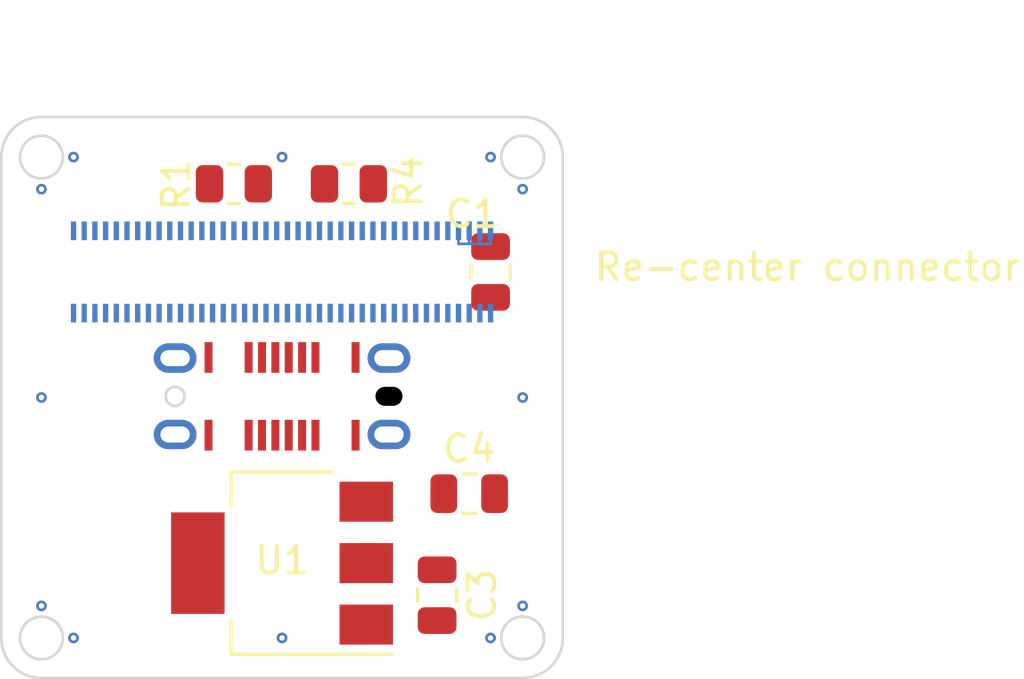
<source format=kicad_pcb>
(kicad_pcb (version 20221018) (generator pcbnew)
  (layers (0 "F.Cu" signal) (31 "B.Cu" signal) (34 "B.Paste" user) (35 "F.Paste" user) (36 "B.SilkS" user "B.Silkscreen") (37 "F.SilkS" user "F.Silkscreen") (38 "B.Mask" user) (39 "F.Mask" user) (44 "Edge.Cuts" user))
  (net 0 "")
  (net 1 "GND")
  (net 2 "+3.3V")
  (net 3 "/USB_D_P")
  (net 59 "Net-(U1-VI)")
  (net 60 "/USB_D_N")
  (net 61 "Net-(P2-CC1)")
  (net 63 "Net-(P2-CC2)")
  (footprint "Capacitor_SMD:C_0805_2012Metric" (layer "F.Cu") (at 176.5 76.5 -90)
    (fp_text reference "C3" (at 0 -1.68 90) (layer "F.SilkS"))
    (fp_text value "10µ" hide)
    (fp_line (start -0.261252 -0.735) (end 0.261252 -0.735) (stroke (width 0.12)) (layer "F.SilkS"))
    (fp_line (start -0.261252 0.735) (end 0.261252 0.735) (stroke (width 0.12)) (layer "F.SilkS"))
    (pad "1" smd roundrect (at -0.95 0 270) (size 1 1.45) (layers "F.Cu" "F.Paste" "F.Mask") (net 2 "+3.3V"))
    (pad "2" smd roundrect (at 0.95 0 270) (size 1 1.45) (layers "F.Cu" "F.Paste" "F.Mask") (net 1 "GND"))
  )
  (footprint "Capacitor_SMD:C_0805_2012Metric" (layer "F.Cu") (at 178.5 64.4 -90)
    (fp_text reference "C1" (at -2.17 0.7 -180) (layer "F.SilkS"))
    (fp_text value "10µ" hide)
    (fp_line (start -0.261252 -0.735) (end 0.261252 -0.735) (stroke (width 0.12)) (layer "F.SilkS"))
    (fp_line (start -0.261252 0.735) (end 0.261252 0.735) (stroke (width 0.12)) (layer "F.SilkS"))
    (pad "1" smd roundrect (at -0.95 0 270) (size 1 1.45) (layers "F.Cu" "F.Paste" "F.Mask") (net 2 "+3.3V"))
    (pad "2" smd roundrect (at 0.95 0 270) (size 1 1.45) (layers "F.Cu" "F.Paste" "F.Mask") (net 1 "GND"))
  )
  (footprint "Capacitor_SMD:C_0805_2012Metric" (layer "F.Cu") (at 177.7 72.7)
    (fp_text reference "C4" (at 0 -1.68) (layer "F.SilkS"))
    (fp_text value "10µ" hide)
    (fp_line (start -0.261252 -0.735) (end 0.261252 -0.735) (stroke (width 0.12)) (layer "F.SilkS"))
    (fp_line (start -0.261252 0.735) (end 0.261252 0.735) (stroke (width 0.12)) (layer "F.SilkS"))
    (pad "1" smd roundrect (at -0.95 0) (size 1 1.45) (layers "F.Cu" "F.Paste" "F.Mask") (net 59 "Net-(U1-VI)"))
    (pad "2" smd roundrect (at 0.95 0) (size 1 1.45) (layers "F.Cu" "F.Paste" "F.Mask") (net 1 "GND"))
  )
  (footprint "Package_TO_SOT_SMD:SOT-223-3_TabPin2" (layer "F.Cu") (at 170.7 75.3 180)
    (fp_text reference "U1" (at 0 0.1) (layer "F.SilkS"))
    (fp_text value "AMS1117-3.3")
    (fp_line (start -4.1 -3.41) (end 1.91 -3.41) (stroke (width 0.12)) (layer "F.SilkS"))
    (fp_line (start -1.85 3.41) (end 1.91 3.41) (stroke (width 0.12)) (layer "F.SilkS"))
    (fp_line (start 1.91 -3.41) (end 1.91 -2.15) (stroke (width 0.12)) (layer "F.SilkS"))
    (fp_line (start 1.91 3.41) (end 1.91 2.15) (stroke (width 0.12)) (layer "F.SilkS"))
    (pad "1" smd rect (at -3.15 -2.3 180) (size 2 1.5) (layers "F.Cu" "F.Paste" "F.Mask") (net 1 "GND"))
    (pad "2" smd rect (at -3.15 0 180) (size 2 1.5) (layers "F.Cu" "F.Paste" "F.Mask") (net 2 "+3.3V"))
    (pad "2" smd rect (at 3.15 0 180) (size 2 3.8) (layers "F.Cu" "F.Paste" "F.Mask") (net 2 "+3.3V"))
    (pad "3" smd rect (at -3.15 2.3 180) (size 2 1.5) (layers "F.Cu" "F.Paste" "F.Mask") (net 59 "Net-(U1-VI)"))
  )
  (footprint "Resistor_SMD:R_0805_2012Metric" (layer "F.Cu") (at 173.2 61.1)
    (fp_text reference "R4" (at 2.21 -0.08 90) (layer "F.SilkS"))
    (fp_text value "5.1k")
    (fp_line (start -0.227064 -0.735) (end 0.227064 -0.735) (stroke (width 0.12)) (layer "F.SilkS"))
    (fp_line (start -0.227064 0.735) (end 0.227064 0.735) (stroke (width 0.12)) (layer "F.SilkS"))
    (pad "1" smd roundrect (at -0.9125 0) (size 1.025 1.4) (layers "F.Cu" "F.Paste" "F.Mask") (roundrect_rratio 0.243902) (net 63 "Net-(P2-CC2)"))
    (pad "2" smd roundrect (at 0.9125 0) (size 1.025 1.4) (layers "F.Cu" "F.Paste" "F.Mask") (roundrect_rratio 0.243902) (net 1 "GND"))
  )
  (footprint "Boson:USB4145-03-0230-C" (layer "F.Cu") (at 170.7 69.055)
    (fp_text reference "P2" hide)
    (fp_text value "USB_C_Plug_USB2.0" hide)
    (fp_circle (center -4 0) (end -3.645 0) (stroke (width 0.1)) (fill none) (layer "Edge.Cuts"))
    (pad "" thru_hole oval (at -4 -1.43) (size 1.6 1.1) (drill oval 1.1 0.6) (layers "*.Cu" "*.Mask"))
    (pad "" thru_hole oval (at -4 1.43) (size 1.6 1.1) (drill oval 1.1 0.6) (layers "*.Cu" "*.Mask"))
    (pad "" thru_hole oval (at 4 -1.43) (size 1.6 1.1) (drill oval 1.1 0.6) (layers "*.Cu" "*.Mask"))
    (pad "" np_thru_hole oval (at 4 0) (size 1.01 0.71) (drill oval 1.01 0.71) (layers "*.Mask"))
    (pad "" thru_hole oval (at 4 1.43) (size 1.6 1.1) (drill oval 1.1 0.6) (layers "*.Cu" "*.Mask"))
    (pad "A1" smd rect (at -2.75 -1.455) (size 0.3 1.15) (layers "F.Cu" "F.Paste" "F.Mask") (net 1 "GND"))
    (pad "A4" smd rect (at -1.25 -1.455) (size 0.3 1.15) (layers "F.Cu" "F.Paste" "F.Mask") (net 59 "Net-(U1-VI)"))
    (pad "A5" smd rect (at -0.75 -1.455) (size 0.3 1.15) (layers "F.Cu" "F.Paste" "F.Mask") (net 61 "Net-(P2-CC1)"))
    (pad "A6" smd rect (at -0.25 -1.455) (size 0.3 1.15) (layers "F.Cu" "F.Paste" "F.Mask") (net 3 "/USB_D_P"))
    (pad "A7" smd rect (at 0.25 -1.455) (size 0.3 1.15) (layers "F.Cu" "F.Paste" "F.Mask") (net 60 "/USB_D_N"))
    (pad "A8" smd rect (at 0.75 -1.455) (size 0.3 1.15) (layers "F.Cu" "F.Paste" "F.Mask"))
    (pad "A9" smd rect (at 1.25 -1.455) (size 0.3 1.15) (layers "F.Cu" "F.Paste" "F.Mask") (net 59 "Net-(U1-VI)"))
    (pad "A12" smd rect (at 2.75 -1.455) (size 0.3 1.15) (layers "F.Cu" "F.Paste" "F.Mask") (net 1 "GND"))
    (pad "B1" smd rect (at 2.75 1.455) (size 0.3 1.15) (layers "F.Cu" "F.Paste" "F.Mask") (net 1 "GND"))
    (pad "B4" smd rect (at 1.25 1.455) (size 0.3 1.15) (layers "F.Cu" "F.Paste" "F.Mask") (net 59 "Net-(U1-VI)"))
    (pad "B5" smd rect (at 0.75 1.455) (size 0.3 1.15) (layers "F.Cu" "F.Paste" "F.Mask") (net 63 "Net-(P2-CC2)"))
    (pad "B6" smd rect (at 0.25 1.455) (size 0.3 1.15) (layers "F.Cu" "F.Paste" "F.Mask") (net 3 "/USB_D_P"))
    (pad "B7" smd rect (at -0.25 1.455) (size 0.3 1.15) (layers "F.Cu" "F.Paste" "F.Mask") (net 60 "/USB_D_N"))
    (pad "B8" smd rect (at -0.75 1.455) (size 0.3 1.15) (layers "F.Cu" "F.Paste" "F.Mask"))
    (pad "B9" smd rect (at -1.25 1.455) (size 0.3 1.15) (layers "F.Cu" "F.Paste" "F.Mask") (net 59 "Net-(U1-VI)"))
    (pad "B12" smd rect (at -2.75 1.455) (size 0.3 1.15) (layers "F.Cu" "F.Paste" "F.Mask") (net 1 "GND"))
  )
  (footprint "Resistor_SMD:R_0805_2012Metric" (layer "F.Cu") (at 168.9 61.1 180)
    (fp_text reference "R1" (at 2.1525 -0.02 90) (layer "F.SilkS"))
    (fp_text value "5.1k" hide)
    (fp_line (start -0.227064 -0.735) (end 0.227064 -0.735) (stroke (width 0.12)) (layer "F.SilkS"))
    (fp_line (start -0.227064 0.735) (end 0.227064 0.735) (stroke (width 0.12)) (layer "F.SilkS"))
    (pad "1" smd roundrect (at -0.9125 0 180) (size 1.025 1.4) (layers "F.Cu" "F.Paste" "F.Mask") (roundrect_rratio 0.243902) (net 61 "Net-(P2-CC1)"))
    (pad "2" smd roundrect (at 0.9125 0 180) (size 1.025 1.4) (layers "F.Cu" "F.Paste" "F.Mask") (roundrect_rratio 0.243902) (net 1 "GND"))
  )
  (footprint "Boson:HRS_DF40HC(4.0)-80DS-0.4V(51)" (layer "B.Cu") (at 170.7 64.4 180)
    (fp_text reference "P1" hide)
    (fp_text value "DF40HC(4.0)-80DS-0.4V(51)" hide)
    (pad "1" smd rect (at -7.8004 1.53995 180) (size 0.2 0.7) (layers "B.Cu" "B.Paste" "B.Mask") (net 1 "GND"))
    (pad "2" smd rect (at -7.8004 -1.54005) (size 0.2 0.7) (layers "B.Cu" "B.Paste" "B.Mask") (net 2 "+3.3V"))
    (pad "3" smd rect (at -7.4004 1.53995 180) (size 0.2 0.7) (layers "B.Cu" "B.Paste" "B.Mask") (net 1 "GND"))
    (pad "4" smd rect (at -7.4004 -1.54005) (size 0.2 0.7) (layers "B.Cu" "B.Paste" "B.Mask") (net 2 "+3.3V"))
    (pad "5" smd rect (at -7.0004 1.53995 180) (size 0.2 0.7) (layers "B.Cu" "B.Paste" "B.Mask") (net 1 "GND"))
    (pad "6" smd rect (at -7.0004 -1.54005) (size 0.2 0.7) (layers "B.Cu" "B.Paste" "B.Mask") (net 2 "+3.3V"))
    (pad "7" smd rect (at -6.6004 1.53995 180) (size 0.2 0.7) (layers "B.Cu" "B.Paste" "B.Mask") (net 1 "GND"))
    (pad "8" smd rect (at -6.6004 -1.54005) (size 0.2 0.7) (layers "B.Cu" "B.Paste" "B.Mask") (net 2 "+3.3V"))
    (pad "9" smd rect (at -6.2004 1.53995 180) (size 0.2 0.7) (layers "B.Cu" "B.Paste" "B.Mask") (net 3 "/USB_D_P"))
    (pad "10" smd rect (at -6.2004 -1.54005) (size 0.2 0.7) (layers "B.Cu" "B.Paste" "B.Mask") (net 1 "GND"))
    (pad "11" smd rect (at -5.8004 1.53995 180) (size 0.2 0.7) (layers "B.Cu" "B.Paste" "B.Mask") (net 60 "/USB_D_N"))
    (pad "12" smd rect (at -5.8004 -1.54005) (size 0.2 0.7) (layers "B.Cu" "B.Paste" "B.Mask"))
    (pad "13" smd rect (at -5.4004 1.53995 180) (size 0.2 0.7) (layers "B.Cu" "B.Paste" "B.Mask") (net 1 "GND"))
    (pad "14" smd rect (at -5.4004 -1.54005) (size 0.2 0.7) (layers "B.Cu" "B.Paste" "B.Mask"))
    (pad "15" smd rect (at -5.0004 1.53995 180) (size 0.2 0.7) (layers "B.Cu" "B.Paste" "B.Mask") (net 2 "+3.3V"))
    (pad "16" smd rect (at -5.0004 -1.54005) (size 0.2 0.7) (layers "B.Cu" "B.Paste" "B.Mask"))
    (pad "17" smd rect (at -4.6004 1.53995 180) (size 0.2 0.7) (layers "B.Cu" "B.Paste" "B.Mask"))
    (pad "18" smd rect (at -4.6004 -1.54005) (size 0.2 0.7) (layers "B.Cu" "B.Paste" "B.Mask"))
    (pad "19" smd rect (at -4.2004 1.53995 180) (size 0.2 0.7) (layers "B.Cu" "B.Paste" "B.Mask") (net 1 "GND"))
    (pad "20" smd rect (at -4.2004 -1.54005) (size 0.2 0.7) (layers "B.Cu" "B.Paste" "B.Mask") (net 1 "GND"))
    (pad "21" smd rect (at -3.8004 1.53995 180) (size 0.2 0.7) (layers "B.Cu" "B.Paste" "B.Mask"))
    (pad "22" smd rect (at -3.8004 -1.54005) (size 0.2 0.7) (layers "B.Cu" "B.Paste" "B.Mask"))
    (pad "23" smd rect (at -3.4004 1.53995 180) (size 0.2 0.7) (layers "B.Cu" "B.Paste" "B.Mask"))
    (pad "24" smd rect (at -3.4004 -1.54005) (size 0.2 0.7) (layers "B.Cu" "B.Paste" "B.Mask"))
    (pad "25" smd rect (at -3.0004 1.53995 180) (size 0.2 0.7) (layers "B.Cu" "B.Paste" "B.Mask"))
    (pad "26" smd rect (at -3.0004 -1.54005) (size 0.2 0.7) (layers "B.Cu" "B.Paste" "B.Mask"))
    (pad "27" smd rect (at -2.6004 1.53995 180) (size 0.2 0.7) (layers "B.Cu" "B.Paste" "B.Mask"))
    (pad "28" smd rect (at -2.6004 -1.54005) (size 0.2 0.7) (layers "B.Cu" "B.Paste" "B.Mask"))
    (pad "29" smd rect (at -2.2004 1.53995 180) (size 0.2 0.7) (layers "B.Cu" "B.Paste" "B.Mask") (net 1 "GND"))
    (pad "30" smd rect (at -2.2004 -1.54005) (size 0.2 0.7) (layers "B.Cu" "B.Paste" "B.Mask") (net 1 "GND"))
    (pad "31" smd rect (at -1.8004 1.53995 180) (size 0.2 0.7) (layers "B.Cu" "B.Paste" "B.Mask"))
    (pad "32" smd rect (at -1.8004 -1.54005) (size 0.2 0.7) (layers "B.Cu" "B.Paste" "B.Mask"))
    (pad "33" smd rect (at -1.4004 1.53995 180) (size 0.2 0.7) (layers "B.Cu" "B.Paste" "B.Mask"))
    (pad "34" smd rect (at -1.4004 -1.54005) (size 0.2 0.7) (layers "B.Cu" "B.Paste" "B.Mask"))
    (pad "35" smd rect (at -1.0004 1.53995 180) (size 0.2 0.7) (layers "B.Cu" "B.Paste" "B.Mask"))
    (pad "36" smd rect (at -1.0004 -1.54005) (size 0.2 0.7) (layers "B.Cu" "B.Paste" "B.Mask"))
    (pad "37" smd rect (at -0.6004 1.53995 180) (size 0.2 0.7) (layers "B.Cu" "B.Paste" "B.Mask"))
    (pad "38" smd rect (at -0.6004 -1.54005) (size 0.2 0.7) (layers "B.Cu" "B.Paste" "B.Mask"))
    (pad "39" smd rect (at -0.2004 1.53995 180) (size 0.2 0.7) (layers "B.Cu" "B.Paste" "B.Mask") (net 1 "GND"))
    (pad "40" smd rect (at -0.2004 -1.54005) (size 0.2 0.7) (layers "B.Cu" "B.Paste" "B.Mask") (net 1 "GND"))
    (pad "41" smd rect (at 0.1996 1.53995 180) (size 0.2 0.7) (layers "B.Cu" "B.Paste" "B.Mask"))
    (pad "42" smd rect (at 0.1996 -1.54005) (size 0.2 0.7) (layers "B.Cu" "B.Paste" "B.Mask"))
    (pad "43" smd rect (at 0.5996 1.53995 180) (size 0.2 0.7) (layers "B.Cu" "B.Paste" "B.Mask"))
    (pad "44" smd rect (at 0.5996 -1.54005) (size 0.2 0.7) (layers "B.Cu" "B.Paste" "B.Mask"))
    (pad "45" smd rect (at 0.9996 1.53995 180) (size 0.2 0.7) (layers "B.Cu" "B.Paste" "B.Mask"))
    (pad "46" smd rect (at 0.9996 -1.54005) (size 0.2 0.7) (layers "B.Cu" "B.Paste" "B.Mask"))
    (pad "47" smd rect (at 1.3996 1.53995 180) (size 0.2 0.7) (layers "B.Cu" "B.Paste" "B.Mask"))
    (pad "48" smd rect (at 1.3996 -1.54005) (size 0.2 0.7) (layers "B.Cu" "B.Paste" "B.Mask"))
    (pad "49" smd rect (at 1.7996 1.53995 180) (size 0.2 0.7) (layers "B.Cu" "B.Paste" "B.Mask") (net 1 "GND"))
    (pad "50" smd rect (at 1.7996 -1.54005) (size 0.2 0.7) (layers "B.Cu" "B.Paste" "B.Mask") (net 1 "GND"))
    (pad "51" smd rect (at 2.1996 1.53995 180) (size 0.2 0.7) (layers "B.Cu" "B.Paste" "B.Mask"))
    (pad "52" smd rect (at 2.1996 -1.54005) (size 0.2 0.7) (layers "B.Cu" "B.Paste" "B.Mask"))
    (pad "53" smd rect (at 2.5996 1.53995 180) (size 0.2 0.7) (layers "B.Cu" "B.Paste" "B.Mask"))
    (pad "54" smd rect (at 2.5996 -1.54005) (size 0.2 0.7) (layers "B.Cu" "B.Paste" "B.Mask"))
    (pad "55" smd rect (at 2.9996 1.53995 180) (size 0.2 0.7) (layers "B.Cu" "B.Paste" "B.Mask"))
    (pad "56" smd rect (at 2.9996 -1.54005) (size 0.2 0.7) (layers "B.Cu" "B.Paste" "B.Mask"))
    (pad "57" smd rect (at 3.3996 1.53995 180) (size 0.2 0.7) (layers "B.Cu" "B.Paste" "B.Mask"))
    (pad "58" smd rect (at 3.3996 -1.54005) (size 0.2 0.7) (layers "B.Cu" "B.Paste" "B.Mask"))
    (pad "59" smd rect (at 3.7996 1.53995 180) (size 0.2 0.7) (layers "B.Cu" "B.Paste" "B.Mask") (net 1 "GND"))
    (pad "60" smd rect (at 3.7996 -1.54005) (size 0.2 0.7) (layers "B.Cu" "B.Paste" "B.Mask") (net 1 "GND"))
    (pad "61" smd rect (at 4.1996 1.53995 180) (size 0.2 0.7) (layers "B.Cu" "B.Paste" "B.Mask"))
    (pad "62" smd rect (at 4.1996 -1.54005) (size 0.2 0.7) (layers "B.Cu" "B.Paste" "B.Mask"))
    (pad "63" smd rect (at 4.5996 1.53995 180) (size 0.2 0.7) (layers "B.Cu" "B.Paste" "B.Mask"))
    (pad "64" smd rect (at 4.5996 -1.54005) (size 0.2 0.7) (layers "B.Cu" "B.Paste" "B.Mask"))
    (pad "65" smd rect (at 4.9996 1.53995 180) (size 0.2 0.7) (layers "B.Cu" "B.Paste" "B.Mask"))
    (pad "66" smd rect (at 4.9996 -1.54005) (size 0.2 0.7) (layers "B.Cu" "B.Paste" "B.Mask"))
    (pad "67" smd rect (at 5.3996 1.53995 180) (size 0.2 0.7) (layers "B.Cu" "B.Paste" "B.Mask"))
    (pad "68" smd rect (at 5.3996 -1.54005) (size 0.2 0.7) (layers "B.Cu" "B.Paste" "B.Mask"))
    (pad "69" smd rect (at 5.7996 1.53995 180) (size 0.2 0.7) (layers "B.Cu" "B.Paste" "B.Mask") (net 1 "GND"))
    (pad "70" smd rect (at 5.7996 -1.54005) (size 0.2 0.7) (layers "B.Cu" "B.Paste" "B.Mask") (net 1 "GND"))
    (pad "71" smd rect (at 6.1996 1.53995 180) (size 0.2 0.7) (layers "B.Cu" "B.Paste" "B.Mask"))
    (pad "72" smd rect (at 6.1996 -1.54005) (size 0.2 0.7) (layers "B.Cu" "B.Paste" "B.Mask"))
    (pad "73" smd rect (at 6.5996 1.53995 180) (size 0.2 0.7) (layers "B.Cu" "B.Paste" "B.Mask"))
    (pad "74" smd rect (at 6.5996 -1.54005) (size 0.2 0.7) (layers "B.Cu" "B.Paste" "B.Mask"))
    (pad "75" smd rect (at 6.9996 1.53995 180) (size 0.2 0.7) (layers "B.Cu" "B.Paste" "B.Mask"))
    (pad "76" smd rect (at 6.9996 -1.54005) (size 0.2 0.7) (layers "B.Cu" "B.Paste" "B.Mask"))
    (pad "77" smd rect (at 7.3996 1.53995 180) (size 0.2 0.7) (layers "B.Cu" "B.Paste" "B.Mask"))
    (pad "78" smd rect (at 7.3996 -1.54005) (size 0.2 0.7) (layers "B.Cu" "B.Paste" "B.Mask"))
    (pad "79" smd rect (at 7.7996 1.53995 180) (size 0.2 0.7) (layers "B.Cu" "B.Paste" "B.Mask"))
    (pad "80" smd rect (at 7.7996 -1.54005) (size 0.2 0.7) (layers "B.Cu" "B.Paste" "B.Mask"))
  )
  (gr_arc (start 179.7 58.6) (mid 180.76066 59.03934) (end 181.2 60.1) (stroke (width 0.1)) (layer "Edge.Cuts"))
  (gr_line (start 160.2 78.1) (end 160.2 60.1) (stroke (width 0.1)) (layer "Edge.Cuts"))
  (gr_circle (center 161.7 78.1) (end 161.7 78.9) (stroke (width 0.1)) (fill none) (layer "Edge.Cuts"))
  (gr_line (start 179.7 79.6) (end 161.7 79.6) (stroke (width 0.1)) (layer "Edge.Cuts"))
  (gr_circle (center 179.7 78.1) (end 179.7 78.9) (stroke (width 0.1)) (fill none) (layer "Edge.Cuts"))
  (gr_arc (start 181.2 78.1) (mid 180.76066 79.16066) (end 179.7 79.6) (stroke (width 0.1)) (layer "Edge.Cuts"))
  (gr_line (start 161.7 58.6) (end 179.7 58.6) (stroke (width 0.1)) (layer "Edge.Cuts"))
  (gr_arc (start 161.7 79.6) (mid 160.63934 79.16066) (end 160.2 78.1) (stroke (width 0.1)) (layer "Edge.Cuts"))
  (gr_arc (start 160.2 60.1) (mid 160.63934 59.03934) (end 161.7 58.6) (stroke (width 0.1)) (layer "Edge.Cuts"))
  (gr_circle (center 161.7 60.1) (end 161.7 60.9) (stroke (width 0.1)) (fill none) (layer "Edge.Cuts"))
  (gr_circle (center 179.7 60.1) (end 179.7 60.9) (stroke (width 0.1)) (fill none) (layer "Edge.Cuts"))
  (gr_line (start 181.2 60.1) (end 181.2 78.1) (stroke (width 0.1)) (layer "Edge.Cuts"))
  (gr_text "Re-center connector" (at 182.3 64.8) (layer "F.SilkS") (effects (font (size 1 1)) (justify left bottom)))
  (segment (start 176.35 77.6) (end 176.5 77.45) (width 0.1) (layer "F.Cu") (net 1))
  (via (at 178.5 78.1) (size 0.4) (drill 0.2) (layers "F.Cu" "B.Cu") (net 1))
  (via (at 178.5 60.1) (size 0.4) (drill 0.2) (layers "F.Cu" "B.Cu") (net 1))
  (via (at 161.7 76.9) (size 0.4) (drill 0.2) (layers "F.Cu" "B.Cu") (net 1))
  (via (at 179.7 69.1) (size 0.4) (drill 0.2) (layers "F.Cu" "B.Cu") (net 1))
  (via (at 170.7 60.1) (size 0.4) (drill 0.2) (layers "F.Cu" "B.Cu") (net 1))
  (via (at 162.9 78.1) (size 0.4) (drill 0.2) (layers "F.Cu" "B.Cu") (net 1))
  (via (at 161.7 61.3) (size 0.4) (drill 0.2) (layers "F.Cu" "B.Cu") (net 1))
  (via (at 179.7 76.9) (size 0.4) (drill 0.2) (layers "F.Cu" "B.Cu") (net 1))
  (via (at 179.7 61.3) (size 0.4) (drill 0.2) (layers "F.Cu" "B.Cu") (net 1))
  (via (at 162.9 60.1) (size 0.4) (drill 0.2) (layers "F.Cu" "B.Cu") (net 1))
  (via (at 161.7 69.1) (size 0.4) (drill 0.2) (layers "F.Cu" "B.Cu") (net 1))
  (via (at 170.7 78.1) (size 0.4) (drill 0.2) (layers "F.Cu" "B.Cu") (net 1))
  (segment (start 177.3 62.82) (end 177.3 63.345736) (width 0.1) (layer "B.Cu") (net 1))
  (segment (start 177.3 63.345736) (end 177.302132 63.347868) (width 0.1) (layer "B.Cu") (net 1))
  (segment (start 178.1 63.347868) (end 178.497868 63.347868) (width 0.1) (layer "B.Cu") (net 1))
  (segment (start 177.7 63.347868) (end 178.1 63.347868) (width 0.1) (layer "B.Cu") (net 1))
  (segment (start 178.5 63.35) (end 178.5 62.82) (width 0.1) (layer "B.Cu") (net 1))
  (segment (start 177.302132 63.347868) (end 177.7 63.347868) (width 0.1) (layer "B.Cu") (net 1))
  (segment (start 178.497868 63.347868) (end 178.5 63.35) (width 0.1) (layer "B.Cu") (net 1))
  (segment (start 177.7 62.82) (end 177.7 63.347868) (width 0.1) (layer "B.Cu") (net 1))
  (segment (start 178.1 62.82) (end 178.1 63.347868) (width 0.1) (layer "B.Cu") (net 1))
)
</source>
